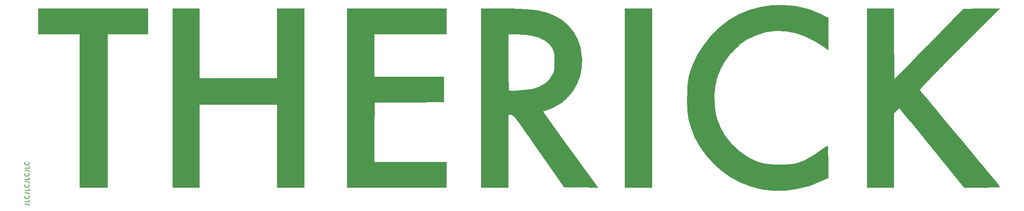
<source format=gbr>
G04 #@! TF.GenerationSoftware,KiCad,Pcbnew,(5.1.2-1)-1*
G04 #@! TF.CreationDate,2020-05-30T10:39:38-05:00*
G04 #@! TF.ProjectId,therick48.16SP,74686572-6963-46b3-9438-2e313653502e,rev?*
G04 #@! TF.SameCoordinates,Original*
G04 #@! TF.FileFunction,Legend,Top*
G04 #@! TF.FilePolarity,Positive*
%FSLAX46Y46*%
G04 Gerber Fmt 4.6, Leading zero omitted, Abs format (unit mm)*
G04 Created by KiCad (PCBNEW (5.1.2-1)-1) date 2020-05-30 10:39:38*
%MOMM*%
%LPD*%
G04 APERTURE LIST*
%ADD10C,0.150000*%
%ADD11C,0.010000*%
G04 APERTURE END LIST*
D10*
X137139379Y-104559047D02*
X137853665Y-104559047D01*
X137996522Y-104606666D01*
X138091760Y-104701904D01*
X138139379Y-104844761D01*
X138139379Y-104940000D01*
X138139379Y-103606666D02*
X138139379Y-104082857D01*
X137139379Y-104082857D01*
X138044141Y-102701904D02*
X138091760Y-102749523D01*
X138139379Y-102892380D01*
X138139379Y-102987619D01*
X138091760Y-103130476D01*
X137996522Y-103225714D01*
X137901284Y-103273333D01*
X137710808Y-103320952D01*
X137567951Y-103320952D01*
X137377475Y-103273333D01*
X137282237Y-103225714D01*
X137186999Y-103130476D01*
X137139379Y-102987619D01*
X137139379Y-102892380D01*
X137186999Y-102749523D01*
X137234618Y-102701904D01*
X137139379Y-101987619D02*
X137853665Y-101987619D01*
X137996522Y-102035238D01*
X138091760Y-102130476D01*
X138139379Y-102273333D01*
X138139379Y-102368571D01*
X138139379Y-101035238D02*
X138139379Y-101511428D01*
X137139379Y-101511428D01*
X138044141Y-100130476D02*
X138091760Y-100178095D01*
X138139379Y-100320952D01*
X138139379Y-100416190D01*
X138091760Y-100559047D01*
X137996522Y-100654285D01*
X137901284Y-100701904D01*
X137710808Y-100749523D01*
X137567951Y-100749523D01*
X137377475Y-100701904D01*
X137282237Y-100654285D01*
X137186999Y-100559047D01*
X137139379Y-100416190D01*
X137139379Y-100320952D01*
X137186999Y-100178095D01*
X137234618Y-100130476D01*
X137139379Y-99416190D02*
X137853665Y-99416190D01*
X137996522Y-99463809D01*
X138091760Y-99559047D01*
X138139379Y-99701904D01*
X138139379Y-99797142D01*
X138139379Y-98463809D02*
X138139379Y-98940000D01*
X137139379Y-98940000D01*
X138044141Y-97559047D02*
X138091760Y-97606666D01*
X138139379Y-97749523D01*
X138139379Y-97844761D01*
X138091760Y-97987619D01*
X137996522Y-98082857D01*
X137901284Y-98130476D01*
X137710808Y-98178095D01*
X137567951Y-98178095D01*
X137377475Y-98130476D01*
X137282237Y-98082857D01*
X137186999Y-97987619D01*
X137139379Y-97844761D01*
X137139379Y-97749523D01*
X137186999Y-97606666D01*
X137234618Y-97559047D01*
X137139379Y-96844761D02*
X137853665Y-96844761D01*
X137996522Y-96892380D01*
X138091760Y-96987619D01*
X138139379Y-97130476D01*
X138139379Y-97225714D01*
X138139379Y-95892380D02*
X138139379Y-96368571D01*
X137139379Y-96368571D01*
X138044141Y-94987619D02*
X138091760Y-95035238D01*
X138139379Y-95178095D01*
X138139379Y-95273333D01*
X138091760Y-95416190D01*
X137996522Y-95511428D01*
X137901284Y-95559047D01*
X137710808Y-95606666D01*
X137567951Y-95606666D01*
X137377475Y-95559047D01*
X137282237Y-95511428D01*
X137186999Y-95416190D01*
X137139379Y-95273333D01*
X137139379Y-95178095D01*
X137186999Y-95035238D01*
X137234618Y-94987619D01*
D11*
G36*
X335821429Y-67786428D02*
G01*
X335824383Y-69458072D01*
X335832837Y-71012105D01*
X335846177Y-72412210D01*
X335863790Y-73622067D01*
X335885064Y-74605357D01*
X335909383Y-75325760D01*
X335936136Y-75746957D01*
X335957500Y-75844645D01*
X336104557Y-75715144D01*
X336481854Y-75347063D01*
X337067423Y-74762698D01*
X337839299Y-73984348D01*
X338775516Y-73034310D01*
X339854106Y-71934882D01*
X341053104Y-70708361D01*
X342350542Y-69377045D01*
X343724456Y-67963231D01*
X343895000Y-67787461D01*
X351696429Y-59745632D01*
X355868619Y-59729244D01*
X360040809Y-59712857D01*
X350801567Y-68953431D01*
X349033816Y-70722420D01*
X347506687Y-72253443D01*
X346203440Y-73564331D01*
X345107337Y-74672913D01*
X344201638Y-75597019D01*
X343469605Y-76354478D01*
X342894499Y-76963120D01*
X342459580Y-77440775D01*
X342148110Y-77805271D01*
X341943350Y-78074440D01*
X341828561Y-78266109D01*
X341787003Y-78398109D01*
X341801938Y-78488270D01*
X341821520Y-78518564D01*
X341976489Y-78707180D01*
X342344894Y-79152760D01*
X342908341Y-79833126D01*
X343648438Y-80726099D01*
X344546789Y-81809502D01*
X345585002Y-83061157D01*
X346744682Y-84458884D01*
X348007436Y-85980507D01*
X349354870Y-87603848D01*
X350768591Y-89306727D01*
X350990637Y-89574161D01*
X352409267Y-91283415D01*
X353761451Y-92913908D01*
X355029138Y-94443793D01*
X356194276Y-95851226D01*
X357238814Y-97114360D01*
X358144700Y-98211349D01*
X358893883Y-99120346D01*
X359468310Y-99819507D01*
X359849931Y-100286985D01*
X360020694Y-100500934D01*
X360027416Y-100510456D01*
X359964449Y-100581034D01*
X359660363Y-100635196D01*
X359089268Y-100674258D01*
X358225277Y-100699539D01*
X357042501Y-100712356D01*
X356016065Y-100714619D01*
X351877857Y-100713523D01*
X344539568Y-91643190D01*
X343266099Y-90071205D01*
X342059362Y-88585585D01*
X340938732Y-87209925D01*
X339923586Y-85967819D01*
X339033298Y-84882863D01*
X338287244Y-83978651D01*
X337704799Y-83278777D01*
X337305338Y-82806836D01*
X337108238Y-82586423D01*
X337091230Y-82572857D01*
X336910246Y-82691834D01*
X336579160Y-82992818D01*
X336401305Y-83171137D01*
X335821429Y-83769417D01*
X335821429Y-100715714D01*
X329652857Y-100715714D01*
X329652857Y-59712857D01*
X335821429Y-59712857D01*
X335821429Y-67786428D01*
X335821429Y-67786428D01*
G37*
X335821429Y-67786428D02*
X335824383Y-69458072D01*
X335832837Y-71012105D01*
X335846177Y-72412210D01*
X335863790Y-73622067D01*
X335885064Y-74605357D01*
X335909383Y-75325760D01*
X335936136Y-75746957D01*
X335957500Y-75844645D01*
X336104557Y-75715144D01*
X336481854Y-75347063D01*
X337067423Y-74762698D01*
X337839299Y-73984348D01*
X338775516Y-73034310D01*
X339854106Y-71934882D01*
X341053104Y-70708361D01*
X342350542Y-69377045D01*
X343724456Y-67963231D01*
X343895000Y-67787461D01*
X351696429Y-59745632D01*
X355868619Y-59729244D01*
X360040809Y-59712857D01*
X350801567Y-68953431D01*
X349033816Y-70722420D01*
X347506687Y-72253443D01*
X346203440Y-73564331D01*
X345107337Y-74672913D01*
X344201638Y-75597019D01*
X343469605Y-76354478D01*
X342894499Y-76963120D01*
X342459580Y-77440775D01*
X342148110Y-77805271D01*
X341943350Y-78074440D01*
X341828561Y-78266109D01*
X341787003Y-78398109D01*
X341801938Y-78488270D01*
X341821520Y-78518564D01*
X341976489Y-78707180D01*
X342344894Y-79152760D01*
X342908341Y-79833126D01*
X343648438Y-80726099D01*
X344546789Y-81809502D01*
X345585002Y-83061157D01*
X346744682Y-84458884D01*
X348007436Y-85980507D01*
X349354870Y-87603848D01*
X350768591Y-89306727D01*
X350990637Y-89574161D01*
X352409267Y-91283415D01*
X353761451Y-92913908D01*
X355029138Y-94443793D01*
X356194276Y-95851226D01*
X357238814Y-97114360D01*
X358144700Y-98211349D01*
X358893883Y-99120346D01*
X359468310Y-99819507D01*
X359849931Y-100286985D01*
X360020694Y-100500934D01*
X360027416Y-100510456D01*
X359964449Y-100581034D01*
X359660363Y-100635196D01*
X359089268Y-100674258D01*
X358225277Y-100699539D01*
X357042501Y-100712356D01*
X356016065Y-100714619D01*
X351877857Y-100713523D01*
X344539568Y-91643190D01*
X343266099Y-90071205D01*
X342059362Y-88585585D01*
X340938732Y-87209925D01*
X339923586Y-85967819D01*
X339033298Y-84882863D01*
X338287244Y-83978651D01*
X337704799Y-83278777D01*
X337305338Y-82806836D01*
X337108238Y-82586423D01*
X337091230Y-82572857D01*
X336910246Y-82691834D01*
X336579160Y-82992818D01*
X336401305Y-83171137D01*
X335821429Y-83769417D01*
X335821429Y-100715714D01*
X329652857Y-100715714D01*
X329652857Y-59712857D01*
X335821429Y-59712857D01*
X335821429Y-67786428D01*
G36*
X280485714Y-100715714D02*
G01*
X274317143Y-100715714D01*
X274317143Y-59712857D01*
X280485714Y-59712857D01*
X280485714Y-100715714D01*
X280485714Y-100715714D01*
G37*
X280485714Y-100715714D02*
X274317143Y-100715714D01*
X274317143Y-59712857D01*
X280485714Y-59712857D01*
X280485714Y-100715714D01*
G36*
X246422500Y-59713368D02*
G01*
X248411420Y-59723496D01*
X250090534Y-59756475D01*
X251512432Y-59816871D01*
X252729703Y-59909249D01*
X253794938Y-60038172D01*
X254760726Y-60208207D01*
X255679657Y-60423917D01*
X256169408Y-60559405D01*
X258162546Y-61304894D01*
X259902015Y-62306749D01*
X261377926Y-63552572D01*
X262580389Y-65029960D01*
X263499516Y-66726512D01*
X264125416Y-68629828D01*
X264448200Y-70727505D01*
X264464266Y-70961156D01*
X264427829Y-73063491D01*
X264068165Y-75057798D01*
X263402034Y-76914212D01*
X262446193Y-78602868D01*
X261217404Y-80093898D01*
X259732426Y-81357438D01*
X258086709Y-82326127D01*
X257386551Y-82640047D01*
X256730292Y-82895484D01*
X256252174Y-83040505D01*
X256227066Y-83045515D01*
X255823507Y-83167169D01*
X255632377Y-83315195D01*
X255630000Y-83331142D01*
X255733811Y-83505574D01*
X256032762Y-83946838D01*
X256508126Y-84628631D01*
X257141178Y-85524653D01*
X257913193Y-86608600D01*
X258805445Y-87854172D01*
X259799208Y-89235066D01*
X260875758Y-90724980D01*
X261880244Y-92110237D01*
X268130489Y-100715714D01*
X264284173Y-100706417D01*
X260437857Y-100697119D01*
X254645321Y-92360702D01*
X253403640Y-90574461D01*
X252351038Y-89063419D01*
X251469863Y-87804566D01*
X250742464Y-86774894D01*
X250151190Y-85951394D01*
X249678388Y-85311057D01*
X249306408Y-84830874D01*
X249017598Y-84487836D01*
X248794306Y-84258933D01*
X248618880Y-84121158D01*
X248473670Y-84051501D01*
X248341024Y-84026953D01*
X248249964Y-84024286D01*
X247647143Y-84024286D01*
X247647143Y-100715714D01*
X241478572Y-100715714D01*
X241478572Y-71929047D01*
X247647143Y-71929047D01*
X247650867Y-73420646D01*
X247661457Y-74797056D01*
X247678038Y-76016229D01*
X247699738Y-77036115D01*
X247725683Y-77814667D01*
X247754998Y-78309835D01*
X247783214Y-78478125D01*
X248025184Y-78532914D01*
X248549783Y-78548276D01*
X249279533Y-78529359D01*
X250136954Y-78481313D01*
X251044568Y-78409288D01*
X251924896Y-78318432D01*
X252700458Y-78213895D01*
X253227692Y-78116276D01*
X254802941Y-77610647D01*
X256110792Y-76866237D01*
X257146184Y-75886686D01*
X257847093Y-74794521D01*
X258032644Y-74370784D01*
X258153658Y-73939714D01*
X258223241Y-73408615D01*
X258254495Y-72684793D01*
X258260714Y-71868571D01*
X258253839Y-70940644D01*
X258223020Y-70281379D01*
X258152966Y-69796686D01*
X258028387Y-69392475D01*
X257833993Y-68974654D01*
X257770705Y-68853276D01*
X257025203Y-67799015D01*
X256004784Y-66948558D01*
X254702313Y-66299032D01*
X253110659Y-65847565D01*
X251222686Y-65591283D01*
X249506786Y-65524901D01*
X247647143Y-65518571D01*
X247647143Y-71929047D01*
X241478572Y-71929047D01*
X241478572Y-59712857D01*
X246422500Y-59713368D01*
X246422500Y-59713368D01*
G37*
X246422500Y-59713368D02*
X248411420Y-59723496D01*
X250090534Y-59756475D01*
X251512432Y-59816871D01*
X252729703Y-59909249D01*
X253794938Y-60038172D01*
X254760726Y-60208207D01*
X255679657Y-60423917D01*
X256169408Y-60559405D01*
X258162546Y-61304894D01*
X259902015Y-62306749D01*
X261377926Y-63552572D01*
X262580389Y-65029960D01*
X263499516Y-66726512D01*
X264125416Y-68629828D01*
X264448200Y-70727505D01*
X264464266Y-70961156D01*
X264427829Y-73063491D01*
X264068165Y-75057798D01*
X263402034Y-76914212D01*
X262446193Y-78602868D01*
X261217404Y-80093898D01*
X259732426Y-81357438D01*
X258086709Y-82326127D01*
X257386551Y-82640047D01*
X256730292Y-82895484D01*
X256252174Y-83040505D01*
X256227066Y-83045515D01*
X255823507Y-83167169D01*
X255632377Y-83315195D01*
X255630000Y-83331142D01*
X255733811Y-83505574D01*
X256032762Y-83946838D01*
X256508126Y-84628631D01*
X257141178Y-85524653D01*
X257913193Y-86608600D01*
X258805445Y-87854172D01*
X259799208Y-89235066D01*
X260875758Y-90724980D01*
X261880244Y-92110237D01*
X268130489Y-100715714D01*
X264284173Y-100706417D01*
X260437857Y-100697119D01*
X254645321Y-92360702D01*
X253403640Y-90574461D01*
X252351038Y-89063419D01*
X251469863Y-87804566D01*
X250742464Y-86774894D01*
X250151190Y-85951394D01*
X249678388Y-85311057D01*
X249306408Y-84830874D01*
X249017598Y-84487836D01*
X248794306Y-84258933D01*
X248618880Y-84121158D01*
X248473670Y-84051501D01*
X248341024Y-84026953D01*
X248249964Y-84024286D01*
X247647143Y-84024286D01*
X247647143Y-100715714D01*
X241478572Y-100715714D01*
X241478572Y-71929047D01*
X247647143Y-71929047D01*
X247650867Y-73420646D01*
X247661457Y-74797056D01*
X247678038Y-76016229D01*
X247699738Y-77036115D01*
X247725683Y-77814667D01*
X247754998Y-78309835D01*
X247783214Y-78478125D01*
X248025184Y-78532914D01*
X248549783Y-78548276D01*
X249279533Y-78529359D01*
X250136954Y-78481313D01*
X251044568Y-78409288D01*
X251924896Y-78318432D01*
X252700458Y-78213895D01*
X253227692Y-78116276D01*
X254802941Y-77610647D01*
X256110792Y-76866237D01*
X257146184Y-75886686D01*
X257847093Y-74794521D01*
X258032644Y-74370784D01*
X258153658Y-73939714D01*
X258223241Y-73408615D01*
X258254495Y-72684793D01*
X258260714Y-71868571D01*
X258253839Y-70940644D01*
X258223020Y-70281379D01*
X258152966Y-69796686D01*
X258028387Y-69392475D01*
X257833993Y-68974654D01*
X257770705Y-68853276D01*
X257025203Y-67799015D01*
X256004784Y-66948558D01*
X254702313Y-66299032D01*
X253110659Y-65847565D01*
X251222686Y-65591283D01*
X249506786Y-65524901D01*
X247647143Y-65518571D01*
X247647143Y-71929047D01*
X241478572Y-71929047D01*
X241478572Y-59712857D01*
X246422500Y-59713368D01*
G36*
X233495714Y-65518571D02*
G01*
X216985714Y-65518571D01*
X216985714Y-75315714D01*
X232951429Y-75315714D01*
X232951429Y-81117614D01*
X225013929Y-81164878D01*
X217076429Y-81212143D01*
X217028890Y-88061071D01*
X216981351Y-94910000D01*
X233495714Y-94910000D01*
X233495714Y-100715714D01*
X210817143Y-100715714D01*
X210817143Y-59712857D01*
X233495714Y-59712857D01*
X233495714Y-65518571D01*
X233495714Y-65518571D01*
G37*
X233495714Y-65518571D02*
X216985714Y-65518571D01*
X216985714Y-75315714D01*
X232951429Y-75315714D01*
X232951429Y-81117614D01*
X225013929Y-81164878D01*
X217076429Y-81212143D01*
X217028890Y-88061071D01*
X216981351Y-94910000D01*
X233495714Y-94910000D01*
X233495714Y-100715714D01*
X210817143Y-100715714D01*
X210817143Y-59712857D01*
X233495714Y-59712857D01*
X233495714Y-65518571D01*
G36*
X177071429Y-75678571D02*
G01*
X194851429Y-75678571D01*
X194851429Y-59712857D01*
X201020000Y-59712857D01*
X201020000Y-100715714D01*
X194851429Y-100715714D01*
X194851429Y-81665714D01*
X177071429Y-81665714D01*
X177071429Y-100715714D01*
X170902857Y-100715714D01*
X170902857Y-59712857D01*
X177071429Y-59712857D01*
X177071429Y-75678571D01*
X177071429Y-75678571D01*
G37*
X177071429Y-75678571D02*
X194851429Y-75678571D01*
X194851429Y-59712857D01*
X201020000Y-59712857D01*
X201020000Y-100715714D01*
X194851429Y-100715714D01*
X194851429Y-81665714D01*
X177071429Y-81665714D01*
X177071429Y-100715714D01*
X170902857Y-100715714D01*
X170902857Y-59712857D01*
X177071429Y-59712857D01*
X177071429Y-75678571D01*
G36*
X165278572Y-65518571D02*
G01*
X156025714Y-65518571D01*
X156025714Y-100715714D01*
X149675714Y-100715714D01*
X149675714Y-65518571D01*
X140241429Y-65518571D01*
X140241429Y-59712857D01*
X165278572Y-59712857D01*
X165278572Y-65518571D01*
X165278572Y-65518571D01*
G37*
X165278572Y-65518571D02*
X156025714Y-65518571D01*
X156025714Y-100715714D01*
X149675714Y-100715714D01*
X149675714Y-65518571D01*
X140241429Y-65518571D01*
X140241429Y-59712857D01*
X165278572Y-59712857D01*
X165278572Y-65518571D01*
G36*
X313242095Y-59114986D02*
G01*
X315798146Y-59670919D01*
X316317857Y-59828559D01*
X316876927Y-60031896D01*
X317642120Y-60343197D01*
X318492931Y-60712384D01*
X318993929Y-60940637D01*
X320762857Y-61763317D01*
X320762857Y-69181908D01*
X319901072Y-68531043D01*
X317771907Y-67116255D01*
X315582874Y-66032660D01*
X313357020Y-65282484D01*
X311117395Y-64867953D01*
X308887048Y-64791292D01*
X306689029Y-65054727D01*
X304546387Y-65660482D01*
X302482172Y-66610784D01*
X302126880Y-66814949D01*
X300795120Y-67752582D01*
X299464707Y-68959887D01*
X298212844Y-70351695D01*
X297116738Y-71842841D01*
X296312218Y-73229286D01*
X295526289Y-75173891D01*
X295004895Y-77294256D01*
X294754187Y-79511379D01*
X294780317Y-81746261D01*
X295089435Y-83919900D01*
X295389253Y-85083607D01*
X296173011Y-87069148D01*
X297266788Y-88956141D01*
X298624306Y-90690948D01*
X300199284Y-92219932D01*
X301945441Y-93489454D01*
X303255000Y-94199797D01*
X304407526Y-94708710D01*
X305426615Y-95073244D01*
X306418750Y-95315393D01*
X307490416Y-95457148D01*
X308748094Y-95520504D01*
X309695714Y-95530065D01*
X311075621Y-95501868D01*
X312294037Y-95402424D01*
X313407531Y-95209453D01*
X314472670Y-94900677D01*
X315546022Y-94453817D01*
X316684153Y-93846594D01*
X317943632Y-93056729D01*
X319381026Y-92061943D01*
X320424250Y-91304656D01*
X320537479Y-91235330D01*
X320622181Y-91245341D01*
X320682489Y-91377472D01*
X320722537Y-91674505D01*
X320746460Y-92179221D01*
X320758392Y-92934403D01*
X320762465Y-93982833D01*
X320762857Y-94808925D01*
X320762857Y-98562109D01*
X319266072Y-99263291D01*
X316629545Y-100304294D01*
X313888863Y-101016038D01*
X311090333Y-101392061D01*
X308280262Y-101425899D01*
X305738626Y-101151609D01*
X303164965Y-100537764D01*
X300701177Y-99580603D01*
X298358218Y-98285923D01*
X296147046Y-96659523D01*
X294629170Y-95272857D01*
X292865845Y-93326523D01*
X291427019Y-91302462D01*
X290274532Y-89134971D01*
X289370226Y-86758350D01*
X289052152Y-85670527D01*
X288884268Y-85016090D01*
X288761464Y-84432591D01*
X288676576Y-83842316D01*
X288622441Y-83167552D01*
X288591895Y-82330583D01*
X288577774Y-81253697D01*
X288574280Y-80486428D01*
X288589993Y-78848251D01*
X288657840Y-77479903D01*
X288793188Y-76290225D01*
X289011400Y-75188057D01*
X289327841Y-74082239D01*
X289757878Y-72881613D01*
X289930189Y-72441902D01*
X290942083Y-70312171D01*
X292247155Y-68217255D01*
X293785564Y-66231207D01*
X295497466Y-64428079D01*
X297323018Y-62881926D01*
X298098214Y-62334312D01*
X300346376Y-61052193D01*
X302772308Y-60059024D01*
X305325429Y-59361762D01*
X307955155Y-58967364D01*
X310610904Y-58882787D01*
X313242095Y-59114986D01*
X313242095Y-59114986D01*
G37*
X313242095Y-59114986D02*
X315798146Y-59670919D01*
X316317857Y-59828559D01*
X316876927Y-60031896D01*
X317642120Y-60343197D01*
X318492931Y-60712384D01*
X318993929Y-60940637D01*
X320762857Y-61763317D01*
X320762857Y-69181908D01*
X319901072Y-68531043D01*
X317771907Y-67116255D01*
X315582874Y-66032660D01*
X313357020Y-65282484D01*
X311117395Y-64867953D01*
X308887048Y-64791292D01*
X306689029Y-65054727D01*
X304546387Y-65660482D01*
X302482172Y-66610784D01*
X302126880Y-66814949D01*
X300795120Y-67752582D01*
X299464707Y-68959887D01*
X298212844Y-70351695D01*
X297116738Y-71842841D01*
X296312218Y-73229286D01*
X295526289Y-75173891D01*
X295004895Y-77294256D01*
X294754187Y-79511379D01*
X294780317Y-81746261D01*
X295089435Y-83919900D01*
X295389253Y-85083607D01*
X296173011Y-87069148D01*
X297266788Y-88956141D01*
X298624306Y-90690948D01*
X300199284Y-92219932D01*
X301945441Y-93489454D01*
X303255000Y-94199797D01*
X304407526Y-94708710D01*
X305426615Y-95073244D01*
X306418750Y-95315393D01*
X307490416Y-95457148D01*
X308748094Y-95520504D01*
X309695714Y-95530065D01*
X311075621Y-95501868D01*
X312294037Y-95402424D01*
X313407531Y-95209453D01*
X314472670Y-94900677D01*
X315546022Y-94453817D01*
X316684153Y-93846594D01*
X317943632Y-93056729D01*
X319381026Y-92061943D01*
X320424250Y-91304656D01*
X320537479Y-91235330D01*
X320622181Y-91245341D01*
X320682489Y-91377472D01*
X320722537Y-91674505D01*
X320746460Y-92179221D01*
X320758392Y-92934403D01*
X320762465Y-93982833D01*
X320762857Y-94808925D01*
X320762857Y-98562109D01*
X319266072Y-99263291D01*
X316629545Y-100304294D01*
X313888863Y-101016038D01*
X311090333Y-101392061D01*
X308280262Y-101425899D01*
X305738626Y-101151609D01*
X303164965Y-100537764D01*
X300701177Y-99580603D01*
X298358218Y-98285923D01*
X296147046Y-96659523D01*
X294629170Y-95272857D01*
X292865845Y-93326523D01*
X291427019Y-91302462D01*
X290274532Y-89134971D01*
X289370226Y-86758350D01*
X289052152Y-85670527D01*
X288884268Y-85016090D01*
X288761464Y-84432591D01*
X288676576Y-83842316D01*
X288622441Y-83167552D01*
X288591895Y-82330583D01*
X288577774Y-81253697D01*
X288574280Y-80486428D01*
X288589993Y-78848251D01*
X288657840Y-77479903D01*
X288793188Y-76290225D01*
X289011400Y-75188057D01*
X289327841Y-74082239D01*
X289757878Y-72881613D01*
X289930189Y-72441902D01*
X290942083Y-70312171D01*
X292247155Y-68217255D01*
X293785564Y-66231207D01*
X295497466Y-64428079D01*
X297323018Y-62881926D01*
X298098214Y-62334312D01*
X300346376Y-61052193D01*
X302772308Y-60059024D01*
X305325429Y-59361762D01*
X307955155Y-58967364D01*
X310610904Y-58882787D01*
X313242095Y-59114986D01*
M02*

</source>
